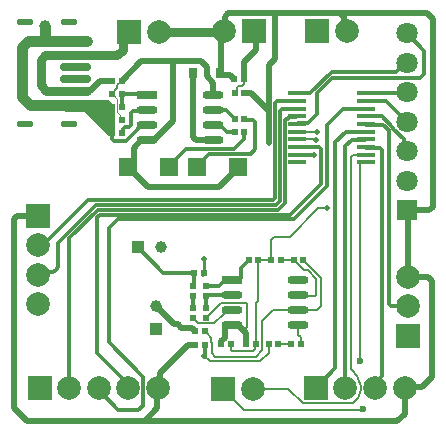
<source format=gtl>
G04*
G04 #@! TF.GenerationSoftware,Altium Limited,Altium Designer,21.0.8 (223)*
G04*
G04 Layer_Physical_Order=1*
G04 Layer_Color=255*
%FSLAX25Y25*%
%MOIN*%
G70*
G04*
G04 #@! TF.SameCoordinates,8682EA25-DCF7-411F-8805-334446643B85*
G04*
G04*
G04 #@! TF.FilePolarity,Positive*
G04*
G01*
G75*
%ADD10C,0.00787*%
%ADD11C,0.01181*%
%ADD14C,0.01000*%
%ADD18C,0.00394*%
%ADD19R,0.01968X0.01968*%
%ADD20R,0.02756X0.03347*%
%ADD21R,0.07087X0.02559*%
%ADD22O,0.07087X0.02559*%
%ADD23R,0.05906X0.06299*%
%ADD24R,0.01968X0.01968*%
%ADD25R,0.06299X0.01575*%
%ADD26C,0.03543*%
%ADD27C,0.03150*%
%ADD28C,0.02756*%
%ADD47C,0.01968*%
%ADD48R,0.07874X0.07874*%
%ADD49C,0.07874*%
%ADD50C,0.07087*%
%ADD51R,0.07087X0.07087*%
%ADD52R,0.07874X0.07874*%
G04:AMPARAMS|DCode=53|XSize=55.12mil|YSize=19.68mil|CornerRadius=4.92mil|HoleSize=0mil|Usage=FLASHONLY|Rotation=0.000|XOffset=0mil|YOffset=0mil|HoleType=Round|Shape=RoundedRectangle|*
%AMROUNDEDRECTD53*
21,1,0.05512,0.00984,0,0,0.0*
21,1,0.04528,0.01968,0,0,0.0*
1,1,0.00984,0.02264,-0.00492*
1,1,0.00984,-0.02264,-0.00492*
1,1,0.00984,-0.02264,0.00492*
1,1,0.00984,0.02264,0.00492*
%
%ADD53ROUNDEDRECTD53*%
%ADD54R,0.03937X0.03937*%
%ADD55C,0.03937*%
%ADD56R,0.03937X0.03937*%
%ADD57C,0.01968*%
%ADD58C,0.02362*%
G36*
X36614Y110630D02*
X34646Y112598D01*
X19291D01*
Y109449D01*
X20079Y108661D01*
X26378D01*
X34646Y100394D01*
X36614D01*
Y110630D01*
D02*
G37*
D10*
X118523Y17058D02*
G03*
X118536Y16081I4705J-424D01*
G01*
X118523Y17058D02*
G03*
X115354Y22908I-11522J-2458D01*
G01*
X115679Y11417D02*
G03*
X118539Y15931I-2938J5024D01*
G01*
X118539D02*
G03*
X118536Y16081I-785J61D01*
G01*
X37334Y116369D02*
Y117551D01*
X35630Y114665D02*
X37334Y116369D01*
Y117551D02*
X38780Y118996D01*
X79429Y119291D02*
X79528Y119390D01*
X78968Y117224D02*
X79429Y117686D01*
X77658Y117224D02*
X78968D01*
X79429Y117686D02*
Y119291D01*
X77067Y116634D02*
X77658Y117224D01*
X77067Y115354D02*
Y116634D01*
X76476Y114764D02*
X77067Y115354D01*
X79626Y35549D02*
Y35851D01*
Y35531D02*
Y35549D01*
Y35851D02*
X80610Y36835D01*
X80149Y44980D02*
X80610Y44519D01*
Y36835D02*
Y44519D01*
X72047Y44980D02*
X80149D01*
X66929Y39862D02*
X72047Y44980D01*
X103248Y99410D02*
X103937Y98721D01*
X97244Y99410D02*
X103248D01*
X72748Y41154D02*
Y41422D01*
X73806Y42480D02*
X75591D01*
X64370Y38091D02*
X69685D01*
X72748Y41154D01*
Y41422D02*
X73806Y42480D01*
X62598Y39862D02*
X64370Y38091D01*
X68722Y31702D02*
Y33345D01*
X67126Y34941D02*
X68722Y33345D01*
Y31702D02*
X68733Y31691D01*
X66535Y35531D02*
X67126Y34941D01*
Y34941D02*
Y34941D01*
X68733Y28019D02*
Y31691D01*
Y28019D02*
X69784Y26969D01*
X83465D01*
X84252Y45571D02*
Y59153D01*
X83465Y44783D02*
X84252Y45571D01*
X83465Y31201D02*
Y44783D01*
Y26969D02*
X85581Y29085D01*
Y38927D01*
X83335Y31071D02*
X83465Y31201D01*
X89134Y42480D02*
X97638D01*
X85581Y38927D02*
X89134Y42480D01*
X66339Y27165D02*
X68110Y25394D01*
X85039D02*
X87795Y28150D01*
X68110Y25394D02*
X85039D01*
X87795Y28150D02*
Y31201D01*
X88583Y65945D02*
X89468Y66831D01*
X88583Y59153D02*
Y65945D01*
X89468Y66831D02*
X94784D01*
X104331Y76378D02*
X107087D01*
X94784Y66831D02*
X104331Y76378D01*
X84252Y59153D02*
X87795D01*
X97244Y101969D02*
X103937D01*
X97973Y47146D02*
X103150D01*
X97638Y47480D02*
X97973Y47146D01*
X103150D02*
X103642Y47638D01*
Y52854D01*
X99508Y55709D02*
X100787D01*
X103642Y52854D01*
X96063Y59153D02*
X99508Y55709D01*
X91732Y59153D02*
X96063D01*
X105315Y43768D02*
Y53051D01*
X97638Y42480D02*
X104027D01*
X105315Y43768D01*
X99213Y59153D02*
X105315Y53051D01*
X97638Y34325D02*
X98425Y33538D01*
X97638Y34325D02*
Y37480D01*
X98425Y31201D02*
Y33538D01*
X90945Y31201D02*
X95276D01*
X82579Y28740D02*
X83335Y29497D01*
X75197Y29201D02*
Y31201D01*
Y29201D02*
X75658Y28740D01*
X82579D01*
X83335Y29497D02*
Y31071D01*
X115354Y93587D02*
X116058Y94291D01*
X115354Y22908D02*
Y93587D01*
X118307Y91339D02*
X118701Y91732D01*
X120079D01*
X118307Y25591D02*
Y91339D01*
X116058Y94291D02*
X122441D01*
X118539Y15931D02*
X118539D01*
X99213Y11417D02*
X115679D01*
X79626Y9252D02*
X119095D01*
X72638Y16240D02*
X79626Y9252D01*
X119095D02*
X119291Y9449D01*
X82480Y16240D02*
X94390D01*
X99213Y11417D01*
D11*
X10827Y54232D02*
X11617Y55023D01*
X15747D01*
X16729Y56005D02*
X16729D01*
X15747Y55023D02*
X16729Y56005D01*
X16729D02*
X17421Y56697D01*
Y64786D01*
X30096Y77461D01*
X15601Y67038D02*
X15660D01*
X27657Y79035D01*
X89269D01*
X10827Y64075D02*
X12638D01*
X15601Y67038D01*
X71595Y104095D02*
X73819Y101870D01*
X76575D01*
X69390Y104095D02*
X71595D01*
X69426Y109058D02*
X73570D01*
X76132Y106496D02*
X76181D01*
X69390Y109095D02*
X69426Y109058D01*
X73570D02*
X76132Y106496D01*
X76181D02*
X76575Y106102D01*
X79724D02*
X79826Y106001D01*
X82480D01*
X83366Y105115D01*
Y96063D02*
Y105115D01*
X81890Y94587D02*
X83366Y96063D01*
X68996Y94587D02*
X81890D01*
X68898Y94488D02*
X68996Y94587D01*
X63878Y90354D02*
X68012Y94488D01*
X68898D01*
X63878Y90158D02*
Y90354D01*
X76378Y96161D02*
X79724Y99508D01*
Y101870D01*
X60335Y96161D02*
X76378D01*
X54626Y90453D02*
X60335Y96161D01*
X54626Y90256D02*
Y90453D01*
X41237Y103636D02*
X41929Y104328D01*
X39173Y102944D02*
X39865Y103636D01*
X41237D01*
X41929Y104328D02*
Y108194D01*
X39173Y101870D02*
Y102944D01*
X42621Y108886D02*
X47134D01*
X38780Y101476D02*
X39173Y101870D01*
X41929Y108194D02*
X42621Y108886D01*
X40256Y98721D02*
X44390Y102854D01*
X36319Y98721D02*
X40256D01*
X45452Y104095D02*
X47343D01*
X44390Y102854D02*
Y103033D01*
X45452Y104095D01*
X35630Y99410D02*
Y101476D01*
Y99410D02*
X36319Y98721D01*
X47134Y108886D02*
X47343Y109095D01*
X46772Y114665D02*
X47343Y114094D01*
X38780Y114665D02*
X46772D01*
X38780Y110236D02*
Y114665D01*
X30096Y77461D02*
X90118D01*
X89269Y79035D02*
X89961Y79727D01*
Y111513D01*
X66339Y27165D02*
X66437Y27264D01*
Y30709D01*
X66535Y30807D01*
X78543Y53169D02*
Y56595D01*
X81102Y59153D01*
X77854Y52480D02*
X78543Y53169D01*
X75591Y52480D02*
X77854D01*
X71339Y50492D02*
X73327Y52480D01*
X75591D01*
X66929Y50492D02*
X71339D01*
X66929Y47343D02*
X66998Y47411D01*
X75522D02*
X75591Y47480D01*
X66998Y47411D02*
X75522D01*
X66929Y43012D02*
Y47343D01*
X62598Y43012D02*
Y47343D01*
X44094Y63386D02*
X52658Y54823D01*
X62992D01*
X62598Y50492D02*
X62795Y50689D01*
Y54626D01*
X62992Y54823D01*
X90770Y75886D02*
X93110Y78226D01*
X96358Y72736D02*
X107382Y83760D01*
X31400Y74311D02*
X94842D01*
X90118Y77461D02*
X91535Y78878D01*
X30512Y73422D02*
X31400Y74311D01*
X37402Y72736D02*
X96358D01*
X21260Y66397D02*
X30748Y75886D01*
X90770D01*
X34449Y69784D02*
X37402Y72736D01*
X94842Y74311D02*
X105118Y84587D01*
X107382Y104331D02*
X112697Y109646D01*
X120079D01*
X107382Y83760D02*
Y104331D01*
X105118Y84587D02*
Y96158D01*
X110039Y23130D02*
Y98524D01*
X113386Y97146D02*
X115551Y99311D01*
X103543Y16634D02*
X110039Y23130D01*
X113386Y16634D02*
Y97146D01*
X110039Y98524D02*
X113484Y101969D01*
X120079D01*
X115551Y99311D02*
X119980D01*
X120079Y99410D01*
X93110Y78226D02*
Y105723D01*
X94095Y106299D02*
X94685Y106890D01*
X97047D01*
X30512Y28250D02*
Y73422D01*
X93687Y106299D02*
X94095D01*
X21260Y16634D02*
Y66397D01*
X97047Y106890D02*
X97244Y107087D01*
X93110Y105723D02*
X93687Y106299D01*
X91535Y78878D02*
Y108757D01*
X34449Y31693D02*
X45866Y20276D01*
X34449Y31693D02*
Y69784D01*
X30512Y28250D02*
X40945Y17817D01*
X45866Y10630D02*
Y20276D01*
X40945Y16634D02*
Y17817D01*
X37697Y9154D02*
X44390D01*
X45866Y10630D01*
X31102Y15748D02*
X37697Y9154D01*
X31102Y15748D02*
Y16634D01*
X97244Y96850D02*
X104426D01*
X105118Y96158D01*
X103940Y107877D02*
Y114902D01*
X97441Y104724D02*
X100787D01*
X103940Y107877D01*
X92227Y109449D02*
X97047D01*
X91535Y108757D02*
X92227Y109449D01*
X90653Y112205D02*
X97244D01*
X89961Y111513D02*
X90653Y112205D01*
X97342Y94193D02*
X102657D01*
X97244Y94291D02*
X97342Y94193D01*
X102657D02*
X102756Y94095D01*
X97047Y109449D02*
X97244Y109646D01*
X103940Y114902D02*
X109018Y119980D01*
X97244Y104528D02*
X97441Y104724D01*
X123228Y18212D02*
X125689Y20672D01*
X120079Y96850D02*
X120276Y96653D01*
X125689Y20672D02*
Y95962D01*
X120276Y96653D02*
X124997D01*
X123228Y16634D02*
Y18212D01*
X124997Y96653D02*
X125689Y95962D01*
X128448Y43799D02*
X134252D01*
X127756Y44491D02*
Y102497D01*
Y44491D02*
X128448Y43799D01*
X120079Y107087D02*
X125394D01*
X120276Y104331D02*
X125923D01*
X125394Y107087D02*
X129331Y103150D01*
Y102953D02*
Y103150D01*
X125923Y104331D02*
X127756Y102497D01*
X132807Y96426D02*
Y99477D01*
X129331Y102953D02*
X132807Y99477D01*
Y96426D02*
X133858Y95374D01*
X120079Y104528D02*
X120276Y104331D01*
X126870Y112205D02*
X133858Y105217D01*
X120079Y112205D02*
X126870D01*
X120079Y114764D02*
X120226Y114911D01*
X133711D02*
X133858Y115059D01*
X120226Y114911D02*
X133711D01*
X133226Y124902D02*
X133858D01*
X108760Y121949D02*
X130273D01*
X101575Y114764D02*
X108760Y121949D01*
X130273D02*
X133226Y124902D01*
X109018Y119980D02*
X138386D01*
X97244Y114764D02*
X101575D01*
X138386Y119980D02*
X139665Y121260D01*
X133858Y134744D02*
X139665Y128937D01*
Y121260D02*
Y128937D01*
D14*
X66191Y59597D02*
X66240Y59646D01*
X66142Y59547D02*
X66191Y59597D01*
X66142Y54823D02*
Y59547D01*
X65658Y54339D02*
X66142Y54823D01*
D18*
X37205Y108465D02*
Y112795D01*
X35630Y114665D02*
X36417Y113878D01*
Y113583D02*
Y113878D01*
Y113583D02*
X37205Y112795D01*
Y108465D02*
X38091Y107579D01*
Y106693D02*
X38878Y105905D01*
X38091Y106693D02*
Y107579D01*
D19*
X35630Y101476D02*
D03*
X38780D02*
D03*
Y110236D02*
D03*
X35630D02*
D03*
X76575Y101870D02*
D03*
X79724D02*
D03*
Y106102D02*
D03*
X76575D02*
D03*
X35630Y114665D02*
D03*
X38780D02*
D03*
Y118996D02*
D03*
X35630D02*
D03*
X66535Y30807D02*
D03*
X63386D02*
D03*
X99213Y59153D02*
D03*
X96063D02*
D03*
X88583D02*
D03*
X91732D02*
D03*
X84252D02*
D03*
X81102D02*
D03*
X66535Y35531D02*
D03*
X63386D02*
D03*
X98425Y31201D02*
D03*
X95276D02*
D03*
X90945D02*
D03*
X87795D02*
D03*
X83465D02*
D03*
X80315D02*
D03*
X75197D02*
D03*
X72047D02*
D03*
X62992Y54823D02*
D03*
X66142D02*
D03*
X79528Y119390D02*
D03*
X76378D02*
D03*
X76476Y114764D02*
D03*
X79626D02*
D03*
X35630Y105905D02*
D03*
X38780D02*
D03*
D20*
X62500Y121555D02*
D03*
X71555D02*
D03*
D21*
X47343Y114094D02*
D03*
X75591Y52480D02*
D03*
D22*
X47343Y109095D02*
D03*
Y104095D02*
D03*
Y99094D02*
D03*
X69390Y114094D02*
D03*
Y109095D02*
D03*
Y104095D02*
D03*
Y99094D02*
D03*
X97638Y37480D02*
D03*
Y42480D02*
D03*
Y47480D02*
D03*
Y52480D02*
D03*
X75591Y37480D02*
D03*
Y42480D02*
D03*
Y47480D02*
D03*
D23*
X77658Y90158D02*
D03*
X63878D02*
D03*
X40846Y90256D02*
D03*
X54626D02*
D03*
D24*
X62598Y47343D02*
D03*
Y50492D02*
D03*
Y39862D02*
D03*
Y43012D02*
D03*
X66929D02*
D03*
Y39862D02*
D03*
Y47343D02*
D03*
Y50492D02*
D03*
D25*
X120079Y114764D02*
D03*
Y112205D02*
D03*
Y109646D02*
D03*
Y107087D02*
D03*
Y104528D02*
D03*
Y101969D02*
D03*
Y99410D02*
D03*
Y96850D02*
D03*
Y94291D02*
D03*
Y91732D02*
D03*
X97244Y114764D02*
D03*
Y112205D02*
D03*
Y109646D02*
D03*
Y107087D02*
D03*
Y96850D02*
D03*
Y91732D02*
D03*
Y94291D02*
D03*
Y99410D02*
D03*
Y101969D02*
D03*
Y104528D02*
D03*
D26*
X13310Y137031D02*
X13386Y137106D01*
X13114Y133366D02*
X13310Y133563D01*
Y137031D01*
X13114Y132208D02*
Y133366D01*
X13091Y132185D02*
X13114Y132208D01*
X13189Y132185D02*
X27165D01*
X7686D02*
X13091D01*
X8356Y110738D02*
X27283D01*
X5610Y113484D02*
Y130109D01*
X7686Y132185D01*
X5610Y113484D02*
X8356Y110738D01*
D27*
X51279Y135335D02*
X72933D01*
X73032Y135433D01*
X51181Y135236D02*
X51279Y135335D01*
X39082Y129237D02*
Y132979D01*
X13219Y127392D02*
X37237D01*
X39082Y129237D01*
Y132979D02*
X41339Y135236D01*
X11811Y117495D02*
Y125984D01*
X13219Y127392D01*
X13656Y115650D02*
X27264D01*
X11811Y117495D02*
X13656Y115650D01*
D28*
X19408Y119518D02*
X27283D01*
X19408Y123455D02*
X27283D01*
D47*
X3909Y73917D02*
X10827D01*
X2756Y9941D02*
Y72764D01*
X3909Y73917D01*
X73214Y33270D02*
Y37207D01*
X73487Y37480D02*
X75591D01*
X73214Y37207D02*
X73487Y37480D01*
X75591D02*
X77694D01*
X72047Y32104D02*
X73214Y33270D01*
X72047Y31201D02*
Y32104D01*
X111671Y141437D02*
X140551D01*
X42815Y96671D02*
X45239Y99094D01*
X40846Y90256D02*
X42815Y92224D01*
X40846Y90059D02*
Y90256D01*
X45239Y99094D02*
X47343D01*
X42815Y92224D02*
Y96671D01*
X71161Y83465D02*
X77658Y89961D01*
X43012Y88090D02*
X47638Y83465D01*
X71161D01*
X77658Y89961D02*
Y90158D01*
X40846Y90059D02*
X42815Y88090D01*
X43012D01*
X55905Y125591D02*
X65354D01*
X47343Y99094D02*
X49606D01*
X55905Y105394D01*
Y125591D01*
X67323Y120394D02*
Y123622D01*
X69390Y114094D02*
Y118327D01*
X67323Y120394D02*
X69390Y118327D01*
X65354Y125591D02*
X67323Y123622D01*
X45374Y125591D02*
X55905D01*
X38780Y118996D02*
X45374Y125591D01*
X83465Y129232D02*
Y134843D01*
X82874Y135433D02*
X83465Y134843D01*
X79528Y125295D02*
X83465Y129232D01*
X79528Y119390D02*
Y125295D01*
X89862Y141437D02*
X111671D01*
X74283D02*
X89862D01*
X87992Y124177D02*
X89862Y126048D01*
Y141437D01*
X87992Y108788D02*
Y124177D01*
X79626Y114764D02*
X82016D01*
X87992Y108788D01*
X73130Y140284D02*
X74283Y141437D01*
X73130Y135531D02*
Y140284D01*
X73032Y135433D02*
X73130Y135531D01*
X112824Y136389D02*
Y140284D01*
Y136389D02*
X113779Y135433D01*
X111671Y141437D02*
X112824Y140284D01*
X50787Y16634D02*
X51722Y17569D01*
X50591Y16437D02*
X50787Y16634D01*
X31594Y118996D02*
X35630D01*
X27264Y115650D02*
X28248D01*
X31594Y118996D01*
X71555Y121260D02*
Y121555D01*
Y121260D02*
X71949Y120866D01*
X74902D01*
X76378Y119390D01*
X62500Y100248D02*
X63653Y99094D01*
X69390D01*
X62500Y100248D02*
Y121555D01*
X71949Y121949D02*
Y134350D01*
X71555Y121555D02*
X71949Y121949D01*
X87908Y98313D02*
X87992Y98397D01*
X79635Y35540D02*
X80315Y34860D01*
X77694Y37480D02*
X79626Y35549D01*
X80315Y31201D02*
Y34860D01*
Y31201D02*
X80315Y31201D01*
X58711Y36663D02*
X62254D01*
X63386Y35531D01*
X57579Y37795D02*
X58711Y36663D01*
X50098Y43898D02*
X56201Y37795D01*
X57579D01*
X51722Y17569D02*
Y21506D01*
X61024Y30807D01*
X87992Y98397D02*
Y108788D01*
X46457Y5610D02*
X130709D01*
X138779Y16732D02*
X142126Y20079D01*
Y52292D01*
X133071Y16634D02*
X133169Y16732D01*
X138779D01*
X130709Y5610D02*
X133071Y7972D01*
X140551Y141437D02*
X142520Y139469D01*
X133858Y75689D02*
X141339D01*
X142520Y76870D02*
Y139469D01*
X141339Y75689D02*
X142520Y76870D01*
X133071Y7972D02*
Y16634D01*
X134449Y53445D02*
X140973D01*
X142126Y52292D01*
X134252Y53642D02*
X134449Y53445D01*
X133858Y75689D02*
X134252Y75295D01*
Y53642D02*
Y75295D01*
X2756Y9941D02*
X7087Y5610D01*
X61024Y30807D02*
X63386D01*
X46457Y5610D02*
X50591Y9744D01*
Y16437D01*
X7087Y5610D02*
X46457D01*
D48*
X10827Y73917D02*
D03*
X134252Y33957D02*
D03*
D49*
X10827Y64075D02*
D03*
Y54232D02*
D03*
Y44390D02*
D03*
X113779Y135433D02*
D03*
X51181Y135236D02*
D03*
X134252Y53642D02*
D03*
Y43799D02*
D03*
X113386Y16634D02*
D03*
X123228D02*
D03*
X133071D02*
D03*
X82480Y16240D02*
D03*
X73032Y135433D02*
D03*
X50787Y16634D02*
D03*
X21260D02*
D03*
X31102D02*
D03*
X40945D02*
D03*
D50*
X133858Y105217D02*
D03*
Y95374D02*
D03*
Y85532D02*
D03*
Y115059D02*
D03*
Y124902D02*
D03*
Y134744D02*
D03*
D51*
Y75689D02*
D03*
D52*
X103937Y135433D02*
D03*
X41339Y135236D02*
D03*
X103543Y16634D02*
D03*
X72638Y16240D02*
D03*
X82874Y135433D02*
D03*
X11417Y16634D02*
D03*
D53*
X6416Y138573D02*
D03*
X21377D02*
D03*
Y104557D02*
D03*
X6416D02*
D03*
D54*
X50098Y36024D02*
D03*
D55*
Y43898D02*
D03*
X51968Y63386D02*
D03*
X13386Y137106D02*
D03*
D56*
X44094Y63386D02*
D03*
D57*
X79626Y35531D02*
D03*
X103593Y99065D02*
D03*
X66191Y59597D02*
D03*
X95079Y52264D02*
D03*
X107087Y76378D02*
D03*
X103937Y101969D02*
D03*
X66339Y27165D02*
D03*
X102756Y94095D02*
D03*
X87908Y98313D02*
D03*
D58*
X118307Y25591D02*
D03*
X119291Y9449D02*
D03*
M02*

</source>
